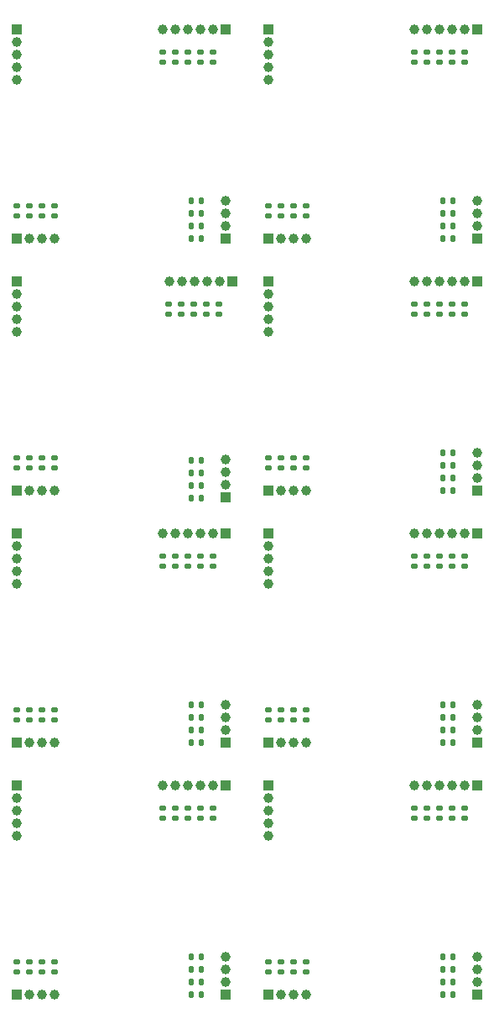
<source format=gbr>
%TF.GenerationSoftware,KiCad,Pcbnew,9.0.5-1.fc42*%
%TF.CreationDate,2025-11-30T23:17:13+01:00*%
%TF.ProjectId,Sub-Board,5375622d-426f-4617-9264-2e6b69636164,1*%
%TF.SameCoordinates,Original*%
%TF.FileFunction,Soldermask,Top*%
%TF.FilePolarity,Negative*%
%FSLAX46Y46*%
G04 Gerber Fmt 4.6, Leading zero omitted, Abs format (unit mm)*
G04 Created by KiCad (PCBNEW 9.0.5-1.fc42) date 2025-11-30 23:17:13*
%MOMM*%
%LPD*%
G01*
G04 APERTURE LIST*
G04 Aperture macros list*
%AMRoundRect*
0 Rectangle with rounded corners*
0 $1 Rounding radius*
0 $2 $3 $4 $5 $6 $7 $8 $9 X,Y pos of 4 corners*
0 Add a 4 corners polygon primitive as box body*
4,1,4,$2,$3,$4,$5,$6,$7,$8,$9,$2,$3,0*
0 Add four circle primitives for the rounded corners*
1,1,$1+$1,$2,$3*
1,1,$1+$1,$4,$5*
1,1,$1+$1,$6,$7*
1,1,$1+$1,$8,$9*
0 Add four rect primitives between the rounded corners*
20,1,$1+$1,$2,$3,$4,$5,0*
20,1,$1+$1,$4,$5,$6,$7,0*
20,1,$1+$1,$6,$7,$8,$9,0*
20,1,$1+$1,$8,$9,$2,$3,0*%
G04 Aperture macros list end*
%ADD10RoundRect,0.135000X0.185000X-0.135000X0.185000X0.135000X-0.185000X0.135000X-0.185000X-0.135000X0*%
%ADD11RoundRect,0.135000X-0.135000X-0.185000X0.135000X-0.185000X0.135000X0.185000X-0.135000X0.185000X0*%
%ADD12RoundRect,0.135000X-0.185000X0.135000X-0.185000X-0.135000X0.185000X-0.135000X0.185000X0.135000X0*%
%ADD13RoundRect,0.135000X0.135000X0.185000X-0.135000X0.185000X-0.135000X-0.185000X0.135000X-0.185000X0*%
%ADD14R,1.000000X1.000000*%
%ADD15C,1.000000*%
G04 APERTURE END LIST*
D10*
%TO.C,R113*%
X147701000Y-74680000D03*
X147701000Y-73660000D03*
%TD*%
D11*
%TO.C,R78*%
X121412000Y-140716000D03*
X122432000Y-140716000D03*
%TD*%
D12*
%TO.C,R66*%
X130429000Y-63754000D03*
X130429000Y-64774000D03*
%TD*%
D10*
%TO.C,R73*%
X143891000Y-100080000D03*
X143891000Y-99060000D03*
%TD*%
%TO.C,R99*%
X118491000Y-125480000D03*
X118491000Y-124460000D03*
%TD*%
D12*
%TO.C,R67*%
X131699000Y-63754000D03*
X131699000Y-64774000D03*
%TD*%
D13*
%TO.C,R57*%
X147832000Y-63246000D03*
X146812000Y-63246000D03*
%TD*%
D14*
%TO.C,J33*%
X150240000Y-122175000D03*
D15*
X148970000Y-122175000D03*
X147700000Y-122175000D03*
X146430000Y-122175000D03*
X145160000Y-122175000D03*
X143890000Y-122175000D03*
%TD*%
D10*
%TO.C,R64*%
X143891000Y-49280000D03*
X143891000Y-48260000D03*
%TD*%
D12*
%TO.C,R39*%
X103759000Y-63750000D03*
X103759000Y-64770000D03*
%TD*%
D10*
%TO.C,R60*%
X148971000Y-49280000D03*
X148971000Y-48260000D03*
%TD*%
%TO.C,R46*%
X119761000Y-100080000D03*
X119761000Y-99060000D03*
%TD*%
%TO.C,R114*%
X146431000Y-74680000D03*
X146431000Y-73660000D03*
%TD*%
%TO.C,R37*%
X119761000Y-49280000D03*
X119761000Y-48260000D03*
%TD*%
%TO.C,R86*%
X124206000Y-74678000D03*
X124206000Y-73658000D03*
%TD*%
%TO.C,R88*%
X121666000Y-74678000D03*
X121666000Y-73658000D03*
%TD*%
%TO.C,R70*%
X147701000Y-100080000D03*
X147701000Y-99060000D03*
%TD*%
%TO.C,R87*%
X122936000Y-74678000D03*
X122936000Y-73658000D03*
%TD*%
D14*
%TO.C,J31*%
X150240000Y-71375000D03*
D15*
X148970000Y-71375000D03*
X147700000Y-71375000D03*
X146430000Y-71375000D03*
X145160000Y-71375000D03*
X143890000Y-71375000D03*
%TD*%
D14*
%TO.C,J21*%
X103760000Y-122175000D03*
D15*
X103760000Y-123445000D03*
X103760000Y-124715000D03*
X103760000Y-125985000D03*
X103760000Y-127255000D03*
%TD*%
D13*
%TO.C,R29*%
X122432000Y-64516000D03*
X121412000Y-64516000D03*
%TD*%
D10*
%TO.C,R72*%
X145161000Y-100078000D03*
X145161000Y-99058000D03*
%TD*%
%TO.C,R112*%
X148971000Y-74680000D03*
X148971000Y-73660000D03*
%TD*%
%TO.C,R95*%
X123571000Y-125482000D03*
X123571000Y-124462000D03*
%TD*%
%TO.C,R121*%
X148971000Y-125480000D03*
X148971000Y-124460000D03*
%TD*%
D13*
%TO.C,R55*%
X147830000Y-65786000D03*
X146810000Y-65786000D03*
%TD*%
D10*
%TO.C,R34*%
X123571000Y-49280000D03*
X123571000Y-48260000D03*
%TD*%
%TO.C,R125*%
X143891000Y-125480000D03*
X143891000Y-124460000D03*
%TD*%
D11*
%TO.C,R107*%
X146812000Y-92456000D03*
X147832000Y-92456000D03*
%TD*%
D10*
%TO.C,R96*%
X122301000Y-125480000D03*
X122301000Y-124460000D03*
%TD*%
D14*
%TO.C,J4*%
X124840000Y-67055000D03*
D15*
X124840000Y-65785000D03*
X124840000Y-64515000D03*
X124840000Y-63245000D03*
%TD*%
D12*
%TO.C,R119*%
X131699000Y-89154000D03*
X131699000Y-90174000D03*
%TD*%
D10*
%TO.C,R38*%
X118491000Y-49280000D03*
X118491000Y-48260000D03*
%TD*%
D13*
%TO.C,R85*%
X122432000Y-139446000D03*
X121412000Y-139446000D03*
%TD*%
%TO.C,R32*%
X122432000Y-116586000D03*
X121412000Y-116586000D03*
%TD*%
D10*
%TO.C,R63*%
X145161000Y-49280000D03*
X145161000Y-48260000D03*
%TD*%
D14*
%TO.C,J12*%
X150240000Y-67055000D03*
D15*
X150240000Y-65785000D03*
X150240000Y-64515000D03*
X150240000Y-63245000D03*
%TD*%
D13*
%TO.C,R31*%
X122432000Y-117856000D03*
X121412000Y-117856000D03*
%TD*%
%TO.C,R56*%
X147830000Y-64516000D03*
X146810000Y-64516000D03*
%TD*%
%TO.C,R83*%
X122430000Y-89408000D03*
X121410000Y-89408000D03*
%TD*%
D12*
%TO.C,R42*%
X107569000Y-63750000D03*
X107569000Y-64770000D03*
%TD*%
%TO.C,R49*%
X105029000Y-114554000D03*
X105029000Y-115574000D03*
%TD*%
D13*
%TO.C,R82*%
X122430000Y-90678000D03*
X121410000Y-90678000D03*
%TD*%
D12*
%TO.C,R65*%
X129159000Y-63754000D03*
X129159000Y-64774000D03*
%TD*%
D13*
%TO.C,R111*%
X147832000Y-139446000D03*
X146812000Y-139446000D03*
%TD*%
D10*
%TO.C,R123*%
X146431000Y-125480000D03*
X146431000Y-124460000D03*
%TD*%
D14*
%TO.C,J25*%
X124840000Y-122175000D03*
D15*
X123570000Y-122175000D03*
X122300000Y-122175000D03*
X121030000Y-122175000D03*
X119760000Y-122175000D03*
X118490000Y-122175000D03*
%TD*%
D10*
%TO.C,R61*%
X147701000Y-49278000D03*
X147701000Y-48258000D03*
%TD*%
D11*
%TO.C,R108*%
X146810000Y-143256000D03*
X147830000Y-143256000D03*
%TD*%
%TO.C,R52*%
X146812000Y-115316000D03*
X147832000Y-115316000D03*
%TD*%
D14*
%TO.C,J34*%
X129160000Y-143255000D03*
D15*
X130430000Y-143255000D03*
X131700000Y-143255000D03*
X132970000Y-143255000D03*
%TD*%
D11*
%TO.C,R104*%
X146810000Y-140716000D03*
X147830000Y-140716000D03*
%TD*%
D10*
%TO.C,R97*%
X121031000Y-125480000D03*
X121031000Y-124460000D03*
%TD*%
%TO.C,R35*%
X122301000Y-49280000D03*
X122301000Y-48260000D03*
%TD*%
D14*
%TO.C,J3*%
X103760000Y-45975000D03*
D15*
X103760000Y-47245000D03*
X103760000Y-48515000D03*
X103760000Y-49785000D03*
X103760000Y-51055000D03*
%TD*%
D14*
%TO.C,J10*%
X103760000Y-117855000D03*
D15*
X105030000Y-117855000D03*
X106300000Y-117855000D03*
X107570000Y-117855000D03*
%TD*%
D12*
%TO.C,R51*%
X107569000Y-114554000D03*
X107569000Y-115574000D03*
%TD*%
D14*
%TO.C,J29*%
X129160000Y-122175000D03*
D15*
X129160000Y-123445000D03*
X129160000Y-124715000D03*
X129160000Y-125985000D03*
X129160000Y-127255000D03*
%TD*%
D14*
%TO.C,J22*%
X124840000Y-143255000D03*
D15*
X124840000Y-141985000D03*
X124840000Y-140715000D03*
X124840000Y-139445000D03*
%TD*%
D12*
%TO.C,R100*%
X103759000Y-139954000D03*
X103759000Y-140974000D03*
%TD*%
%TO.C,R68*%
X132969000Y-63754000D03*
X132969000Y-64774000D03*
%TD*%
%TO.C,R103*%
X107569000Y-139954000D03*
X107569000Y-140974000D03*
%TD*%
D14*
%TO.C,J17*%
X150240000Y-96775000D03*
D15*
X148970000Y-96775000D03*
X147700000Y-96775000D03*
X146430000Y-96775000D03*
X145160000Y-96775000D03*
X143890000Y-96775000D03*
%TD*%
D14*
%TO.C,J18*%
X129160000Y-117855000D03*
D15*
X130430000Y-117855000D03*
X131700000Y-117855000D03*
X132970000Y-117855000D03*
%TD*%
D13*
%TO.C,R27*%
X122432000Y-67056000D03*
X121412000Y-67056000D03*
%TD*%
D12*
%TO.C,R92*%
X105029000Y-89154000D03*
X105029000Y-90174000D03*
%TD*%
%TO.C,R127*%
X130429000Y-139954000D03*
X130429000Y-140974000D03*
%TD*%
D14*
%TO.C,J30*%
X150240000Y-143255000D03*
D15*
X150240000Y-141985000D03*
X150240000Y-140715000D03*
X150240000Y-139445000D03*
%TD*%
D14*
%TO.C,J28*%
X150240000Y-92455000D03*
D15*
X150240000Y-91185000D03*
X150240000Y-89915000D03*
X150240000Y-88645000D03*
%TD*%
D12*
%TO.C,R102*%
X106299000Y-139954000D03*
X106299000Y-140974000D03*
%TD*%
D13*
%TO.C,R59*%
X147832000Y-114046000D03*
X146812000Y-114046000D03*
%TD*%
D11*
%TO.C,R79*%
X121410000Y-91948000D03*
X122430000Y-91948000D03*
%TD*%
D10*
%TO.C,R45*%
X121031000Y-100080000D03*
X121031000Y-99060000D03*
%TD*%
D13*
%TO.C,R33*%
X122432000Y-114046000D03*
X121412000Y-114046000D03*
%TD*%
D12*
%TO.C,R101*%
X105029000Y-139954000D03*
X105029000Y-140974000D03*
%TD*%
%TO.C,R50*%
X106299000Y-114554000D03*
X106299000Y-115574000D03*
%TD*%
D10*
%TO.C,R44*%
X122301000Y-100080000D03*
X122301000Y-99060000D03*
%TD*%
%TO.C,R116*%
X143891000Y-74680000D03*
X143891000Y-73660000D03*
%TD*%
D12*
%TO.C,R129*%
X132969000Y-139954000D03*
X132969000Y-140974000D03*
%TD*%
D13*
%TO.C,R58*%
X147832000Y-116586000D03*
X146812000Y-116586000D03*
%TD*%
%TO.C,R81*%
X122430000Y-93218000D03*
X121410000Y-93218000D03*
%TD*%
%TO.C,R84*%
X122432000Y-143256000D03*
X121412000Y-143256000D03*
%TD*%
D12*
%TO.C,R48*%
X103759000Y-114554000D03*
X103759000Y-115574000D03*
%TD*%
D10*
%TO.C,R115*%
X145161000Y-74680000D03*
X145161000Y-73660000D03*
%TD*%
%TO.C,R47*%
X118491000Y-100080000D03*
X118491000Y-99060000D03*
%TD*%
%TO.C,R89*%
X120396000Y-74678000D03*
X120396000Y-73658000D03*
%TD*%
D13*
%TO.C,R110*%
X147832000Y-88646000D03*
X146812000Y-88646000D03*
%TD*%
D14*
%TO.C,J19*%
X103760000Y-71375000D03*
D15*
X103760000Y-72645000D03*
X103760000Y-73915000D03*
X103760000Y-75185000D03*
X103760000Y-76455000D03*
%TD*%
D11*
%TO.C,R105*%
X146812000Y-91186000D03*
X147832000Y-91186000D03*
%TD*%
D14*
%TO.C,J5*%
X103760000Y-96775000D03*
D15*
X103760000Y-98045000D03*
X103760000Y-99315000D03*
X103760000Y-100585000D03*
X103760000Y-101855000D03*
%TD*%
D14*
%TO.C,J26*%
X103760000Y-143255000D03*
D15*
X105030000Y-143255000D03*
X106300000Y-143255000D03*
X107570000Y-143255000D03*
%TD*%
D10*
%TO.C,R36*%
X121031000Y-49280000D03*
X121031000Y-48260000D03*
%TD*%
D12*
%TO.C,R128*%
X131699000Y-139954000D03*
X131699000Y-140974000D03*
%TD*%
%TO.C,R93*%
X106299000Y-89154000D03*
X106299000Y-90174000D03*
%TD*%
%TO.C,R76*%
X131699000Y-114554000D03*
X131699000Y-115574000D03*
%TD*%
D13*
%TO.C,R28*%
X122432000Y-65786000D03*
X121412000Y-65786000D03*
%TD*%
D12*
%TO.C,R118*%
X130429000Y-89154000D03*
X130429000Y-90174000D03*
%TD*%
D10*
%TO.C,R71*%
X146431000Y-100078000D03*
X146431000Y-99058000D03*
%TD*%
%TO.C,R122*%
X147701000Y-125480000D03*
X147701000Y-124460000D03*
%TD*%
D12*
%TO.C,R91*%
X103759000Y-89154000D03*
X103759000Y-90174000D03*
%TD*%
%TO.C,R74*%
X129159000Y-114554000D03*
X129159000Y-115574000D03*
%TD*%
D14*
%TO.C,J23*%
X125490000Y-71375000D03*
D15*
X124220000Y-71375000D03*
X122950000Y-71375000D03*
X121680000Y-71375000D03*
X120410000Y-71375000D03*
X119140000Y-71375000D03*
%TD*%
D10*
%TO.C,R124*%
X145161000Y-125480000D03*
X145161000Y-124460000D03*
%TD*%
D11*
%TO.C,R53*%
X146810000Y-67056000D03*
X147830000Y-67056000D03*
%TD*%
D14*
%TO.C,J14*%
X150240000Y-117855000D03*
D15*
X150240000Y-116585000D03*
X150240000Y-115315000D03*
X150240000Y-114045000D03*
%TD*%
D14*
%TO.C,J15*%
X150240000Y-45975000D03*
D15*
X148970000Y-45975000D03*
X147700000Y-45975000D03*
X146430000Y-45975000D03*
X145160000Y-45975000D03*
X143890000Y-45975000D03*
%TD*%
D10*
%TO.C,R62*%
X146431000Y-49278000D03*
X146431000Y-48258000D03*
%TD*%
%TO.C,R43*%
X123571000Y-100080000D03*
X123571000Y-99060000D03*
%TD*%
D14*
%TO.C,J32*%
X129160000Y-92455000D03*
D15*
X130430000Y-92455000D03*
X131700000Y-92455000D03*
X132970000Y-92455000D03*
%TD*%
D14*
%TO.C,J9*%
X124840000Y-96775000D03*
D15*
X123570000Y-96775000D03*
X122300000Y-96775000D03*
X121030000Y-96775000D03*
X119760000Y-96775000D03*
X118490000Y-96775000D03*
%TD*%
D12*
%TO.C,R126*%
X129159000Y-139954000D03*
X129159000Y-140974000D03*
%TD*%
D14*
%TO.C,J6*%
X124840000Y-117855000D03*
D15*
X124840000Y-116585000D03*
X124840000Y-115315000D03*
X124840000Y-114045000D03*
%TD*%
D11*
%TO.C,R54*%
X146812000Y-117856000D03*
X147832000Y-117856000D03*
%TD*%
D14*
%TO.C,J13*%
X129160000Y-96775000D03*
D15*
X129160000Y-98045000D03*
X129160000Y-99315000D03*
X129160000Y-100585000D03*
X129160000Y-101855000D03*
%TD*%
D14*
%TO.C,J11*%
X129160000Y-45975000D03*
D15*
X129160000Y-47245000D03*
X129160000Y-48515000D03*
X129160000Y-49785000D03*
X129160000Y-51055000D03*
%TD*%
D12*
%TO.C,R94*%
X107569000Y-89154000D03*
X107569000Y-90174000D03*
%TD*%
D10*
%TO.C,R90*%
X119126000Y-74678000D03*
X119126000Y-73658000D03*
%TD*%
D13*
%TO.C,R30*%
X122432000Y-63246000D03*
X121412000Y-63246000D03*
%TD*%
D12*
%TO.C,R117*%
X129159000Y-89154000D03*
X129159000Y-90174000D03*
%TD*%
D14*
%TO.C,J8*%
X103760000Y-67055000D03*
D15*
X105030000Y-67055000D03*
X106300000Y-67055000D03*
X107570000Y-67055000D03*
%TD*%
D11*
%TO.C,R106*%
X146810000Y-141986000D03*
X147830000Y-141986000D03*
%TD*%
D10*
%TO.C,R98*%
X119761000Y-125480000D03*
X119761000Y-124460000D03*
%TD*%
D14*
%TO.C,J24*%
X103760000Y-92455000D03*
D15*
X105030000Y-92455000D03*
X106300000Y-92455000D03*
X107570000Y-92455000D03*
%TD*%
D14*
%TO.C,J7*%
X124840000Y-45975000D03*
D15*
X123570000Y-45975000D03*
X122300000Y-45975000D03*
X121030000Y-45975000D03*
X119760000Y-45975000D03*
X118490000Y-45975000D03*
%TD*%
D12*
%TO.C,R41*%
X106299000Y-63750000D03*
X106299000Y-64770000D03*
%TD*%
D10*
%TO.C,R69*%
X148971000Y-100078000D03*
X148971000Y-99058000D03*
%TD*%
D11*
%TO.C,R80*%
X121412000Y-141986000D03*
X122432000Y-141986000D03*
%TD*%
D12*
%TO.C,R75*%
X130429000Y-114554000D03*
X130429000Y-115574000D03*
%TD*%
%TO.C,R40*%
X105029000Y-63750000D03*
X105029000Y-64770000D03*
%TD*%
%TO.C,R77*%
X132969000Y-114554000D03*
X132969000Y-115574000D03*
%TD*%
D14*
%TO.C,J27*%
X129160000Y-71375000D03*
D15*
X129160000Y-72645000D03*
X129160000Y-73915000D03*
X129160000Y-75185000D03*
X129160000Y-76455000D03*
%TD*%
D14*
%TO.C,J20*%
X124840000Y-93105000D03*
D15*
X124840000Y-91835000D03*
X124840000Y-90565000D03*
X124840000Y-89295000D03*
%TD*%
D11*
%TO.C,R26*%
X121410000Y-115316000D03*
X122430000Y-115316000D03*
%TD*%
D14*
%TO.C,J16*%
X129160000Y-67055000D03*
D15*
X130430000Y-67055000D03*
X131700000Y-67055000D03*
X132970000Y-67055000D03*
%TD*%
D12*
%TO.C,R120*%
X132969000Y-89154000D03*
X132969000Y-90174000D03*
%TD*%
D13*
%TO.C,R109*%
X147832000Y-89916000D03*
X146812000Y-89916000D03*
%TD*%
M02*

</source>
